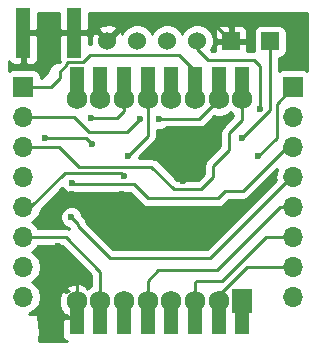
<source format=gbl>
G04 #@! TF.FileFunction,Copper,L2,Bot,Signal*
%FSLAX46Y46*%
G04 Gerber Fmt 4.6, Leading zero omitted, Abs format (unit mm)*
G04 Created by KiCad (PCBNEW 4.0.4-stable) date 03/17/17 15:09:56*
%MOMM*%
%LPD*%
G01*
G04 APERTURE LIST*
%ADD10C,0.100000*%
%ADD11R,1.270000X4.191000*%
%ADD12R,1.700000X1.700000*%
%ADD13O,1.700000X1.700000*%
%ADD14R,1.500000X1.500000*%
%ADD15C,1.524000*%
%ADD16R,1.200000X3.000000*%
%ADD17R,1.727200X2.000000*%
%ADD18C,1.727200*%
%ADD19C,0.600000*%
%ADD20C,0.250000*%
%ADD21C,0.254000*%
G04 APERTURE END LIST*
D10*
D11*
X124472700Y-84315300D03*
X128765300Y-84315300D03*
D12*
X147320000Y-88900000D03*
D13*
X147320000Y-91440000D03*
X147320000Y-93980000D03*
X147320000Y-96520000D03*
X147320000Y-99060000D03*
X147320000Y-101600000D03*
X147320000Y-104140000D03*
X147320000Y-106680000D03*
D12*
X124460000Y-88900000D03*
D13*
X124460000Y-91440000D03*
X124460000Y-93980000D03*
X124460000Y-96520000D03*
X124460000Y-99060000D03*
X124460000Y-101600000D03*
X124460000Y-104140000D03*
X124460000Y-106680000D03*
D14*
X145363200Y-85039200D03*
X142063200Y-85039200D03*
D15*
X131572000Y-84988400D03*
X134112000Y-84988400D03*
X136652000Y-84988400D03*
X139192000Y-84988400D03*
D16*
X143002000Y-108334000D03*
X141002000Y-108334000D03*
X139002000Y-108334000D03*
X137002000Y-108334000D03*
X135002000Y-108334000D03*
X133002000Y-108334000D03*
X131002000Y-108334000D03*
X129002000Y-108334000D03*
X129002000Y-88634000D03*
X131002000Y-88634000D03*
X133002000Y-88634000D03*
X135002000Y-88634000D03*
X137002000Y-88634000D03*
X139002000Y-88634000D03*
X141002000Y-88634000D03*
X143002000Y-88634000D03*
D17*
X143002000Y-107034000D03*
D18*
X141002000Y-107034000D03*
X139002000Y-107034000D03*
X137002000Y-107034000D03*
X135002000Y-107034000D03*
X133002000Y-107034000D03*
X131002000Y-107034000D03*
X129002000Y-107034000D03*
X129002000Y-89934000D03*
X131002000Y-89934000D03*
X133002000Y-89934000D03*
X135002000Y-89934000D03*
X137002000Y-89934000D03*
X139002000Y-89934000D03*
X141002000Y-89934000D03*
X143002000Y-89934000D03*
D19*
X137972800Y-96875600D03*
X137464800Y-92811600D03*
X143713200Y-85013800D03*
X127431800Y-102336600D03*
X128574800Y-97942400D03*
X132816600Y-97942400D03*
X144322800Y-94767400D03*
X128621800Y-97017800D03*
X144526000Y-90728800D03*
X128549400Y-99923600D03*
X135991600Y-91592400D03*
X134340600Y-91617800D03*
X126339600Y-93192600D03*
X130251200Y-93700600D03*
X130225800Y-91516200D03*
X132994400Y-96393000D03*
X133324600Y-94716600D03*
X143002000Y-93218000D03*
D20*
X137363200Y-96266000D02*
X137363200Y-92913200D01*
X137972800Y-96875600D02*
X137363200Y-96266000D01*
X137363200Y-92913200D02*
X137464800Y-92811600D01*
X143687800Y-85039200D02*
X142063200Y-85039200D01*
X143713200Y-85013800D02*
X143687800Y-85039200D01*
X128765300Y-84315300D02*
X130136900Y-84315300D01*
X140336000Y-83312000D02*
X142063200Y-85039200D01*
X131140200Y-83312000D02*
X140336000Y-83312000D01*
X130136900Y-84315300D02*
X131140200Y-83312000D01*
X129002000Y-108334000D02*
X129002000Y-103652800D01*
X127685800Y-102336600D02*
X127431800Y-102336600D01*
X129002000Y-103652800D02*
X127685800Y-102336600D01*
X132816600Y-97942400D02*
X128574800Y-97942400D01*
X124472700Y-84315300D02*
X128765300Y-84315300D01*
X128765300Y-84315300D02*
X130898900Y-84315300D01*
X130898900Y-84315300D02*
X131572000Y-84988400D01*
X147320000Y-88900000D02*
X147320000Y-88925400D01*
X147320000Y-88925400D02*
X145948400Y-90297000D01*
X145948400Y-90297000D02*
X145948400Y-93192600D01*
X145948400Y-93192600D02*
X144373600Y-94767400D01*
X144373600Y-94767400D02*
X144322800Y-94767400D01*
X146786600Y-93980000D02*
X143078200Y-97688400D01*
X141579600Y-97688400D02*
X143078200Y-97688400D01*
X140944600Y-98323400D02*
X141579600Y-97688400D01*
X135051800Y-98323400D02*
X140944600Y-98323400D01*
X133858000Y-97129600D02*
X135051800Y-98323400D01*
X128733600Y-97129600D02*
X133858000Y-97129600D01*
X128733600Y-97129600D02*
X128621800Y-97017800D01*
X146786600Y-93980000D02*
X147320000Y-93980000D01*
X139192000Y-84988400D02*
X139192000Y-85648800D01*
X139192000Y-85648800D02*
X140131800Y-86588600D01*
X140131800Y-86588600D02*
X144018000Y-86588600D01*
X144018000Y-86588600D02*
X144526000Y-87096600D01*
X144526000Y-87096600D02*
X144526000Y-90728800D01*
X147320000Y-96520000D02*
X147167600Y-96520000D01*
X147167600Y-96520000D02*
X140309600Y-103378000D01*
X140309600Y-103378000D02*
X131775200Y-103378000D01*
X131775200Y-103378000D02*
X129082800Y-100685600D01*
X129082800Y-100685600D02*
X129082800Y-100457000D01*
X129082800Y-100457000D02*
X128549400Y-99923600D01*
X147320000Y-99060000D02*
X146177000Y-99060000D01*
X135002000Y-105282000D02*
X135002000Y-108334000D01*
X135890000Y-104394000D02*
X135002000Y-105282000D01*
X140843000Y-104394000D02*
X135890000Y-104394000D01*
X146177000Y-99060000D02*
X140843000Y-104394000D01*
X147320000Y-101600000D02*
X145034000Y-101600000D01*
X139002000Y-105473000D02*
X139002000Y-108334000D01*
X139115800Y-105359200D02*
X139002000Y-105473000D01*
X141274800Y-105359200D02*
X139115800Y-105359200D01*
X145034000Y-101600000D02*
X141274800Y-105359200D01*
X147320000Y-104140000D02*
X143383000Y-104140000D01*
X143383000Y-104140000D02*
X141002000Y-106521000D01*
X141002000Y-106521000D02*
X141002000Y-107034000D01*
X141002000Y-107034000D02*
X141002000Y-108334000D01*
X129540000Y-86766400D02*
X130098800Y-86207600D01*
X128219200Y-86766400D02*
X129540000Y-86766400D01*
X128066800Y-86918800D02*
X128219200Y-86766400D01*
X128066800Y-87096600D02*
X128066800Y-86918800D01*
X127584200Y-87579200D02*
X128066800Y-87096600D01*
X127584200Y-88112600D02*
X127584200Y-87579200D01*
X126796800Y-88900000D02*
X127584200Y-88112600D01*
X124460000Y-88900000D02*
X126796800Y-88900000D01*
X137642600Y-86207600D02*
X139002000Y-87567000D01*
X137642600Y-86207600D02*
X130098800Y-86207600D01*
X139002000Y-88634000D02*
X139002000Y-87567000D01*
X124485400Y-88925400D02*
X124460000Y-88900000D01*
X124460000Y-91440000D02*
X128778000Y-91440000D01*
X139369000Y-91567000D02*
X141002000Y-89934000D01*
X136017000Y-91567000D02*
X139369000Y-91567000D01*
X135991600Y-91592400D02*
X136017000Y-91567000D01*
X133248400Y-92710000D02*
X134340600Y-91617800D01*
X130048000Y-92710000D02*
X133248400Y-92710000D01*
X128778000Y-91440000D02*
X130048000Y-92710000D01*
X141002000Y-89934000D02*
X141002000Y-88634000D01*
X124460000Y-93980000D02*
X127482600Y-93980000D01*
X143002000Y-91694000D02*
X143002000Y-88634000D01*
X141884400Y-92811600D02*
X143002000Y-91694000D01*
X141884400Y-94234000D02*
X141884400Y-92811600D01*
X140563600Y-95554800D02*
X141884400Y-94234000D01*
X140563600Y-96545400D02*
X140563600Y-95554800D01*
X139547600Y-97561400D02*
X140563600Y-96545400D01*
X137210800Y-97561400D02*
X139547600Y-97561400D01*
X135305800Y-95656400D02*
X137210800Y-97561400D01*
X129159000Y-95656400D02*
X135305800Y-95656400D01*
X127482600Y-93980000D02*
X129159000Y-95656400D01*
X133002000Y-88634000D02*
X133002000Y-90899000D01*
X129743200Y-93192600D02*
X126339600Y-93192600D01*
X130251200Y-93700600D02*
X129743200Y-93192600D01*
X132384800Y-91516200D02*
X130225800Y-91516200D01*
X133002000Y-90899000D02*
X132384800Y-91516200D01*
X124460000Y-99060000D02*
X125069600Y-99060000D01*
X125069600Y-99060000D02*
X127965200Y-96164400D01*
X127965200Y-96164400D02*
X132765800Y-96164400D01*
X132765800Y-96164400D02*
X132994400Y-96393000D01*
X133324600Y-94716600D02*
X135002000Y-93039200D01*
X135002000Y-93039200D02*
X135002000Y-89934000D01*
X135002000Y-89934000D02*
X135002000Y-88634000D01*
X131002000Y-108334000D02*
X131002000Y-104535200D01*
X128066800Y-101600000D02*
X124460000Y-101600000D01*
X131002000Y-104535200D02*
X128066800Y-101600000D01*
X145363200Y-85039200D02*
X145363200Y-90856800D01*
X145363200Y-90856800D02*
X143002000Y-93218000D01*
D21*
G36*
X130242000Y-104850002D02*
X130242000Y-105726538D01*
X130154220Y-105762808D01*
X130021069Y-105895727D01*
X129990867Y-105865525D01*
X129876199Y-105980193D01*
X129794259Y-105727484D01*
X129233970Y-105523752D01*
X128638365Y-105549942D01*
X128209741Y-105727484D01*
X128127800Y-105980195D01*
X128346605Y-106199000D01*
X128275690Y-106199000D01*
X128071835Y-106283440D01*
X127948195Y-106159800D01*
X127695484Y-106241741D01*
X127491752Y-106802030D01*
X127517942Y-107397635D01*
X127695484Y-107826259D01*
X127767000Y-107849448D01*
X127767000Y-108048250D01*
X127925750Y-108207000D01*
X128166449Y-108207000D01*
X128209741Y-108340516D01*
X128541087Y-108461000D01*
X127925750Y-108461000D01*
X127767000Y-108619750D01*
X127767000Y-109960309D01*
X127863673Y-110193698D01*
X128042301Y-110372327D01*
X128145323Y-110415000D01*
X125774466Y-110415000D01*
X125772853Y-110234373D01*
X125883682Y-109677200D01*
X125762436Y-109067657D01*
X125755395Y-108279066D01*
X125744948Y-108229747D01*
X125716137Y-108188378D01*
X125673501Y-108161478D01*
X125628400Y-108153200D01*
X125042419Y-108153200D01*
X124929093Y-108077478D01*
X125057378Y-108051961D01*
X125539147Y-107730054D01*
X125861054Y-107248285D01*
X125974093Y-106680000D01*
X125861054Y-106111715D01*
X125539147Y-105629946D01*
X125209974Y-105410000D01*
X125539147Y-105190054D01*
X125861054Y-104708285D01*
X125974093Y-104140000D01*
X125861054Y-103571715D01*
X125539147Y-103089946D01*
X125209974Y-102870000D01*
X125539147Y-102650054D01*
X125732954Y-102360000D01*
X127751998Y-102360000D01*
X130242000Y-104850002D01*
X130242000Y-104850002D01*
G37*
X130242000Y-104850002D02*
X130242000Y-105726538D01*
X130154220Y-105762808D01*
X130021069Y-105895727D01*
X129990867Y-105865525D01*
X129876199Y-105980193D01*
X129794259Y-105727484D01*
X129233970Y-105523752D01*
X128638365Y-105549942D01*
X128209741Y-105727484D01*
X128127800Y-105980195D01*
X128346605Y-106199000D01*
X128275690Y-106199000D01*
X128071835Y-106283440D01*
X127948195Y-106159800D01*
X127695484Y-106241741D01*
X127491752Y-106802030D01*
X127517942Y-107397635D01*
X127695484Y-107826259D01*
X127767000Y-107849448D01*
X127767000Y-108048250D01*
X127925750Y-108207000D01*
X128166449Y-108207000D01*
X128209741Y-108340516D01*
X128541087Y-108461000D01*
X127925750Y-108461000D01*
X127767000Y-108619750D01*
X127767000Y-109960309D01*
X127863673Y-110193698D01*
X128042301Y-110372327D01*
X128145323Y-110415000D01*
X125774466Y-110415000D01*
X125772853Y-110234373D01*
X125883682Y-109677200D01*
X125762436Y-109067657D01*
X125755395Y-108279066D01*
X125744948Y-108229747D01*
X125716137Y-108188378D01*
X125673501Y-108161478D01*
X125628400Y-108153200D01*
X125042419Y-108153200D01*
X124929093Y-108077478D01*
X125057378Y-108051961D01*
X125539147Y-107730054D01*
X125861054Y-107248285D01*
X125974093Y-106680000D01*
X125861054Y-106111715D01*
X125539147Y-105629946D01*
X125209974Y-105410000D01*
X125539147Y-105190054D01*
X125861054Y-104708285D01*
X125974093Y-104140000D01*
X125861054Y-103571715D01*
X125539147Y-103089946D01*
X125209974Y-102870000D01*
X125539147Y-102650054D01*
X125732954Y-102360000D01*
X127751998Y-102360000D01*
X130242000Y-104850002D01*
G36*
X143129000Y-108481000D02*
X142875000Y-108481000D01*
X142875000Y-106887000D01*
X143129000Y-106887000D01*
X143129000Y-108481000D01*
X143129000Y-108481000D01*
G37*
X143129000Y-108481000D02*
X142875000Y-108481000D01*
X142875000Y-106887000D01*
X143129000Y-106887000D01*
X143129000Y-108481000D01*
G36*
X145918946Y-95951715D02*
X145805907Y-96520000D01*
X145853505Y-96759293D01*
X139994798Y-102618000D01*
X132090002Y-102618000D01*
X129821396Y-100349394D01*
X129784948Y-100166161D01*
X129620201Y-99919599D01*
X129484522Y-99783920D01*
X129484562Y-99738433D01*
X129342517Y-99394657D01*
X129079727Y-99131408D01*
X128736199Y-98988762D01*
X128364233Y-98988438D01*
X128020457Y-99130483D01*
X127757208Y-99393273D01*
X127614562Y-99736801D01*
X127614238Y-100108767D01*
X127756283Y-100452543D01*
X128019073Y-100715792D01*
X128356692Y-100855984D01*
X128366151Y-100903540D01*
X128357639Y-100897852D01*
X128066800Y-100840000D01*
X125732954Y-100840000D01*
X125539147Y-100549946D01*
X125209974Y-100330000D01*
X125539147Y-100110054D01*
X125861054Y-99628285D01*
X125931805Y-99272597D01*
X127778679Y-97425723D01*
X127828683Y-97546743D01*
X128091473Y-97809992D01*
X128435001Y-97952638D01*
X128806967Y-97952962D01*
X128960315Y-97889600D01*
X133543198Y-97889600D01*
X134514399Y-98860801D01*
X134760961Y-99025548D01*
X135051800Y-99083400D01*
X140944600Y-99083400D01*
X141235439Y-99025548D01*
X141482001Y-98860801D01*
X141894402Y-98448400D01*
X143078200Y-98448400D01*
X143369039Y-98390548D01*
X143615601Y-98225801D01*
X145977864Y-95863538D01*
X145918946Y-95951715D01*
X145918946Y-95951715D01*
G37*
X145918946Y-95951715D02*
X145805907Y-96520000D01*
X145853505Y-96759293D01*
X139994798Y-102618000D01*
X132090002Y-102618000D01*
X129821396Y-100349394D01*
X129784948Y-100166161D01*
X129620201Y-99919599D01*
X129484522Y-99783920D01*
X129484562Y-99738433D01*
X129342517Y-99394657D01*
X129079727Y-99131408D01*
X128736199Y-98988762D01*
X128364233Y-98988438D01*
X128020457Y-99130483D01*
X127757208Y-99393273D01*
X127614562Y-99736801D01*
X127614238Y-100108767D01*
X127756283Y-100452543D01*
X128019073Y-100715792D01*
X128356692Y-100855984D01*
X128366151Y-100903540D01*
X128357639Y-100897852D01*
X128066800Y-100840000D01*
X125732954Y-100840000D01*
X125539147Y-100549946D01*
X125209974Y-100330000D01*
X125539147Y-100110054D01*
X125861054Y-99628285D01*
X125931805Y-99272597D01*
X127778679Y-97425723D01*
X127828683Y-97546743D01*
X128091473Y-97809992D01*
X128435001Y-97952638D01*
X128806967Y-97952962D01*
X128960315Y-97889600D01*
X133543198Y-97889600D01*
X134514399Y-98860801D01*
X134760961Y-99025548D01*
X135051800Y-99083400D01*
X140944600Y-99083400D01*
X141235439Y-99025548D01*
X141482001Y-98860801D01*
X141894402Y-98448400D01*
X143078200Y-98448400D01*
X143369039Y-98390548D01*
X143615601Y-98225801D01*
X145977864Y-95863538D01*
X145918946Y-95951715D01*
G36*
X142152003Y-91203710D02*
X142242000Y-91241080D01*
X142242000Y-91379198D01*
X141346999Y-92274199D01*
X141182252Y-92520761D01*
X141124400Y-92811600D01*
X141124400Y-93919198D01*
X140026199Y-95017399D01*
X139861452Y-95263961D01*
X139803600Y-95554800D01*
X139803600Y-96230598D01*
X139232798Y-96801400D01*
X137525602Y-96801400D01*
X135843201Y-95118999D01*
X135596639Y-94954252D01*
X135305800Y-94896400D01*
X134259444Y-94896400D01*
X134259479Y-94856523D01*
X135539401Y-93576601D01*
X135704148Y-93330039D01*
X135762000Y-93039200D01*
X135762000Y-92509465D01*
X135804801Y-92527238D01*
X136176767Y-92527562D01*
X136520543Y-92385517D01*
X136579162Y-92327000D01*
X139369000Y-92327000D01*
X139659839Y-92269148D01*
X139906401Y-92104401D01*
X140614886Y-91395916D01*
X140702602Y-91432339D01*
X141298782Y-91432859D01*
X141849780Y-91205192D01*
X142001896Y-91053341D01*
X142152003Y-91203710D01*
X142152003Y-91203710D01*
G37*
X142152003Y-91203710D02*
X142242000Y-91241080D01*
X142242000Y-91379198D01*
X141346999Y-92274199D01*
X141182252Y-92520761D01*
X141124400Y-92811600D01*
X141124400Y-93919198D01*
X140026199Y-95017399D01*
X139861452Y-95263961D01*
X139803600Y-95554800D01*
X139803600Y-96230598D01*
X139232798Y-96801400D01*
X137525602Y-96801400D01*
X135843201Y-95118999D01*
X135596639Y-94954252D01*
X135305800Y-94896400D01*
X134259444Y-94896400D01*
X134259479Y-94856523D01*
X135539401Y-93576601D01*
X135704148Y-93330039D01*
X135762000Y-93039200D01*
X135762000Y-92509465D01*
X135804801Y-92527238D01*
X136176767Y-92527562D01*
X136520543Y-92385517D01*
X136579162Y-92327000D01*
X139369000Y-92327000D01*
X139659839Y-92269148D01*
X139906401Y-92104401D01*
X140614886Y-91395916D01*
X140702602Y-91432339D01*
X141298782Y-91432859D01*
X141849780Y-91205192D01*
X142001896Y-91053341D01*
X142152003Y-91203710D01*
G36*
X147447000Y-91313000D02*
X147467000Y-91313000D01*
X147467000Y-91567000D01*
X147447000Y-91567000D01*
X147447000Y-91587000D01*
X147193000Y-91587000D01*
X147193000Y-91567000D01*
X147173000Y-91567000D01*
X147173000Y-91313000D01*
X147193000Y-91313000D01*
X147193000Y-91293000D01*
X147447000Y-91293000D01*
X147447000Y-91313000D01*
X147447000Y-91313000D01*
G37*
X147447000Y-91313000D02*
X147467000Y-91313000D01*
X147467000Y-91567000D01*
X147447000Y-91567000D01*
X147447000Y-91587000D01*
X147193000Y-91587000D01*
X147193000Y-91567000D01*
X147173000Y-91567000D01*
X147173000Y-91313000D01*
X147193000Y-91313000D01*
X147193000Y-91293000D01*
X147447000Y-91293000D01*
X147447000Y-91313000D01*
G36*
X127495300Y-84029550D02*
X127654050Y-84188300D01*
X128638300Y-84188300D01*
X128638300Y-84168300D01*
X128892300Y-84168300D01*
X128892300Y-84188300D01*
X129876550Y-84188300D01*
X130035300Y-84029550D01*
X130035300Y-84008187D01*
X130771392Y-84008187D01*
X131572000Y-84808795D01*
X132372608Y-84008187D01*
X132303143Y-83766003D01*
X131779698Y-83579256D01*
X131224632Y-83607038D01*
X130840857Y-83766003D01*
X130771392Y-84008187D01*
X130035300Y-84008187D01*
X130035300Y-82625000D01*
X148515000Y-82625000D01*
X148515000Y-87517188D01*
X148421890Y-87453569D01*
X148170000Y-87402560D01*
X146470000Y-87402560D01*
X146234683Y-87446838D01*
X146123200Y-87518575D01*
X146123200Y-86434758D01*
X146348517Y-86392362D01*
X146564641Y-86253290D01*
X146709631Y-86041090D01*
X146760640Y-85789200D01*
X146760640Y-84289200D01*
X146716362Y-84053883D01*
X146577290Y-83837759D01*
X146365090Y-83692769D01*
X146113200Y-83641760D01*
X144613200Y-83641760D01*
X144377883Y-83686038D01*
X144161759Y-83825110D01*
X144016769Y-84037310D01*
X143965760Y-84289200D01*
X143965760Y-85789200D01*
X143973174Y-85828600D01*
X143448200Y-85828600D01*
X143448200Y-85324950D01*
X143289450Y-85166200D01*
X142190200Y-85166200D01*
X142190200Y-85186200D01*
X141936200Y-85186200D01*
X141936200Y-85166200D01*
X140836950Y-85166200D01*
X140678200Y-85324950D01*
X140678200Y-85828600D01*
X140446602Y-85828600D01*
X140382419Y-85764417D01*
X140588757Y-85267500D01*
X140589242Y-84711739D01*
X140377010Y-84198097D01*
X140341865Y-84162890D01*
X140678200Y-84162890D01*
X140678200Y-84753450D01*
X140836950Y-84912200D01*
X141936200Y-84912200D01*
X141936200Y-83812950D01*
X142190200Y-83812950D01*
X142190200Y-84912200D01*
X143289450Y-84912200D01*
X143448200Y-84753450D01*
X143448200Y-84162890D01*
X143351527Y-83929501D01*
X143172898Y-83750873D01*
X142939509Y-83654200D01*
X142348950Y-83654200D01*
X142190200Y-83812950D01*
X141936200Y-83812950D01*
X141777450Y-83654200D01*
X141186891Y-83654200D01*
X140953502Y-83750873D01*
X140774873Y-83929501D01*
X140678200Y-84162890D01*
X140341865Y-84162890D01*
X139984370Y-83804771D01*
X139471100Y-83591643D01*
X138915339Y-83591158D01*
X138401697Y-83803390D01*
X138008371Y-84196030D01*
X137922051Y-84403912D01*
X137837010Y-84198097D01*
X137444370Y-83804771D01*
X136931100Y-83591643D01*
X136375339Y-83591158D01*
X135861697Y-83803390D01*
X135468371Y-84196030D01*
X135382051Y-84403912D01*
X135297010Y-84198097D01*
X134904370Y-83804771D01*
X134391100Y-83591643D01*
X133835339Y-83591158D01*
X133321697Y-83803390D01*
X132928371Y-84196030D01*
X132848605Y-84388127D01*
X132794397Y-84257257D01*
X132552213Y-84187792D01*
X131751605Y-84988400D01*
X131765748Y-85002543D01*
X131586143Y-85182148D01*
X131572000Y-85168005D01*
X131557858Y-85182148D01*
X131378253Y-85002543D01*
X131392395Y-84988400D01*
X130591787Y-84187792D01*
X130349603Y-84257257D01*
X130162856Y-84780702D01*
X130187480Y-85272677D01*
X130035300Y-85272544D01*
X130035300Y-84601050D01*
X129876550Y-84442300D01*
X128892300Y-84442300D01*
X128892300Y-84462300D01*
X128638300Y-84462300D01*
X128638300Y-84442300D01*
X127654050Y-84442300D01*
X127495300Y-84601050D01*
X127495300Y-86537110D01*
X127591973Y-86770499D01*
X127592791Y-86771317D01*
X127272033Y-86771038D01*
X126928257Y-86913083D01*
X126665008Y-87175873D01*
X126522362Y-87519401D01*
X126522321Y-87566277D01*
X125957440Y-88131158D01*
X125957440Y-88050000D01*
X125913162Y-87814683D01*
X125774090Y-87598559D01*
X125561890Y-87453569D01*
X125310000Y-87402560D01*
X123610000Y-87402560D01*
X123374683Y-87446838D01*
X123265000Y-87517417D01*
X123265000Y-86687515D01*
X123299373Y-86770499D01*
X123478002Y-86949127D01*
X123711391Y-87045800D01*
X124186950Y-87045800D01*
X124345700Y-86887050D01*
X124345700Y-84442300D01*
X124599700Y-84442300D01*
X124599700Y-86887050D01*
X124758450Y-87045800D01*
X125234009Y-87045800D01*
X125467398Y-86949127D01*
X125646027Y-86770499D01*
X125742700Y-86537110D01*
X125742700Y-84601050D01*
X125583950Y-84442300D01*
X124599700Y-84442300D01*
X124345700Y-84442300D01*
X124325700Y-84442300D01*
X124325700Y-84188300D01*
X124345700Y-84188300D01*
X124345700Y-84168300D01*
X124599700Y-84168300D01*
X124599700Y-84188300D01*
X125583950Y-84188300D01*
X125742700Y-84029550D01*
X125742700Y-82625000D01*
X127495300Y-82625000D01*
X127495300Y-84029550D01*
X127495300Y-84029550D01*
G37*
X127495300Y-84029550D02*
X127654050Y-84188300D01*
X128638300Y-84188300D01*
X128638300Y-84168300D01*
X128892300Y-84168300D01*
X128892300Y-84188300D01*
X129876550Y-84188300D01*
X130035300Y-84029550D01*
X130035300Y-84008187D01*
X130771392Y-84008187D01*
X131572000Y-84808795D01*
X132372608Y-84008187D01*
X132303143Y-83766003D01*
X131779698Y-83579256D01*
X131224632Y-83607038D01*
X130840857Y-83766003D01*
X130771392Y-84008187D01*
X130035300Y-84008187D01*
X130035300Y-82625000D01*
X148515000Y-82625000D01*
X148515000Y-87517188D01*
X148421890Y-87453569D01*
X148170000Y-87402560D01*
X146470000Y-87402560D01*
X146234683Y-87446838D01*
X146123200Y-87518575D01*
X146123200Y-86434758D01*
X146348517Y-86392362D01*
X146564641Y-86253290D01*
X146709631Y-86041090D01*
X146760640Y-85789200D01*
X146760640Y-84289200D01*
X146716362Y-84053883D01*
X146577290Y-83837759D01*
X146365090Y-83692769D01*
X146113200Y-83641760D01*
X144613200Y-83641760D01*
X144377883Y-83686038D01*
X144161759Y-83825110D01*
X144016769Y-84037310D01*
X143965760Y-84289200D01*
X143965760Y-85789200D01*
X143973174Y-85828600D01*
X143448200Y-85828600D01*
X143448200Y-85324950D01*
X143289450Y-85166200D01*
X142190200Y-85166200D01*
X142190200Y-85186200D01*
X141936200Y-85186200D01*
X141936200Y-85166200D01*
X140836950Y-85166200D01*
X140678200Y-85324950D01*
X140678200Y-85828600D01*
X140446602Y-85828600D01*
X140382419Y-85764417D01*
X140588757Y-85267500D01*
X140589242Y-84711739D01*
X140377010Y-84198097D01*
X140341865Y-84162890D01*
X140678200Y-84162890D01*
X140678200Y-84753450D01*
X140836950Y-84912200D01*
X141936200Y-84912200D01*
X141936200Y-83812950D01*
X142190200Y-83812950D01*
X142190200Y-84912200D01*
X143289450Y-84912200D01*
X143448200Y-84753450D01*
X143448200Y-84162890D01*
X143351527Y-83929501D01*
X143172898Y-83750873D01*
X142939509Y-83654200D01*
X142348950Y-83654200D01*
X142190200Y-83812950D01*
X141936200Y-83812950D01*
X141777450Y-83654200D01*
X141186891Y-83654200D01*
X140953502Y-83750873D01*
X140774873Y-83929501D01*
X140678200Y-84162890D01*
X140341865Y-84162890D01*
X139984370Y-83804771D01*
X139471100Y-83591643D01*
X138915339Y-83591158D01*
X138401697Y-83803390D01*
X138008371Y-84196030D01*
X137922051Y-84403912D01*
X137837010Y-84198097D01*
X137444370Y-83804771D01*
X136931100Y-83591643D01*
X136375339Y-83591158D01*
X135861697Y-83803390D01*
X135468371Y-84196030D01*
X135382051Y-84403912D01*
X135297010Y-84198097D01*
X134904370Y-83804771D01*
X134391100Y-83591643D01*
X133835339Y-83591158D01*
X133321697Y-83803390D01*
X132928371Y-84196030D01*
X132848605Y-84388127D01*
X132794397Y-84257257D01*
X132552213Y-84187792D01*
X131751605Y-84988400D01*
X131765748Y-85002543D01*
X131586143Y-85182148D01*
X131572000Y-85168005D01*
X131557858Y-85182148D01*
X131378253Y-85002543D01*
X131392395Y-84988400D01*
X130591787Y-84187792D01*
X130349603Y-84257257D01*
X130162856Y-84780702D01*
X130187480Y-85272677D01*
X130035300Y-85272544D01*
X130035300Y-84601050D01*
X129876550Y-84442300D01*
X128892300Y-84442300D01*
X128892300Y-84462300D01*
X128638300Y-84462300D01*
X128638300Y-84442300D01*
X127654050Y-84442300D01*
X127495300Y-84601050D01*
X127495300Y-86537110D01*
X127591973Y-86770499D01*
X127592791Y-86771317D01*
X127272033Y-86771038D01*
X126928257Y-86913083D01*
X126665008Y-87175873D01*
X126522362Y-87519401D01*
X126522321Y-87566277D01*
X125957440Y-88131158D01*
X125957440Y-88050000D01*
X125913162Y-87814683D01*
X125774090Y-87598559D01*
X125561890Y-87453569D01*
X125310000Y-87402560D01*
X123610000Y-87402560D01*
X123374683Y-87446838D01*
X123265000Y-87517417D01*
X123265000Y-86687515D01*
X123299373Y-86770499D01*
X123478002Y-86949127D01*
X123711391Y-87045800D01*
X124186950Y-87045800D01*
X124345700Y-86887050D01*
X124345700Y-84442300D01*
X124599700Y-84442300D01*
X124599700Y-86887050D01*
X124758450Y-87045800D01*
X125234009Y-87045800D01*
X125467398Y-86949127D01*
X125646027Y-86770499D01*
X125742700Y-86537110D01*
X125742700Y-84601050D01*
X125583950Y-84442300D01*
X124599700Y-84442300D01*
X124345700Y-84442300D01*
X124325700Y-84442300D01*
X124325700Y-84188300D01*
X124345700Y-84188300D01*
X124345700Y-84168300D01*
X124599700Y-84168300D01*
X124599700Y-84188300D01*
X125583950Y-84188300D01*
X125742700Y-84029550D01*
X125742700Y-82625000D01*
X127495300Y-82625000D01*
X127495300Y-84029550D01*
M02*

</source>
